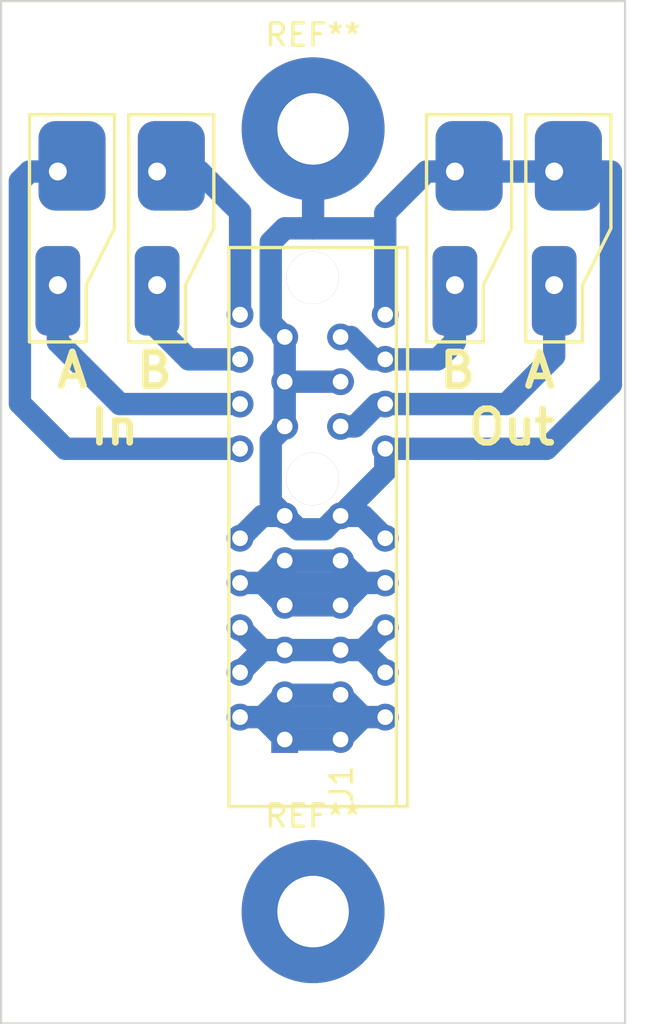
<source format=kicad_pcb>
(kicad_pcb (version 20171130) (host pcbnew 5.0.2-bee76a0~70~ubuntu16.04.1)

  (general
    (thickness 1.6)
    (drawings 8)
    (tracks 87)
    (zones 0)
    (modules 7)
    (nets 10)
  )

  (page A4)
  (layers
    (0 F.Cu signal)
    (31 B.Cu signal)
    (32 B.Adhes user)
    (33 F.Adhes user)
    (34 B.Paste user)
    (35 F.Paste user)
    (36 B.SilkS user)
    (37 F.SilkS user)
    (38 B.Mask user)
    (39 F.Mask user)
    (40 Dwgs.User user)
    (41 Cmts.User user)
    (42 Eco1.User user)
    (43 Eco2.User user)
    (44 Edge.Cuts user)
    (45 Margin user)
    (46 B.CrtYd user)
    (47 F.CrtYd user)
    (48 B.Fab user)
    (49 F.Fab user)
  )

  (setup
    (last_trace_width 1)
    (trace_clearance 0.2)
    (zone_clearance 1)
    (zone_45_only no)
    (trace_min 0.2)
    (segment_width 0.2)
    (edge_width 0.1)
    (via_size 0.8)
    (via_drill 0.4)
    (via_min_size 0.4)
    (via_min_drill 0.3)
    (uvia_size 0.3)
    (uvia_drill 0.1)
    (uvias_allowed no)
    (uvia_min_size 0.2)
    (uvia_min_drill 0.1)
    (pcb_text_width 0.3)
    (pcb_text_size 1.5 1.5)
    (mod_edge_width 0.15)
    (mod_text_size 1 1)
    (mod_text_width 0.15)
    (pad_size 6.4 6.4)
    (pad_drill 3.2)
    (pad_to_mask_clearance 0)
    (solder_mask_min_width 0.25)
    (aux_axis_origin 0 0)
    (visible_elements FFFFFF7F)
    (pcbplotparams
      (layerselection 0x010fc_ffffffff)
      (usegerberextensions false)
      (usegerberattributes false)
      (usegerberadvancedattributes false)
      (creategerberjobfile false)
      (excludeedgelayer true)
      (linewidth 0.100000)
      (plotframeref false)
      (viasonmask false)
      (mode 1)
      (useauxorigin false)
      (hpglpennumber 1)
      (hpglpenspeed 20)
      (hpglpendiameter 15.000000)
      (psnegative false)
      (psa4output false)
      (plotreference true)
      (plotvalue true)
      (plotinvisibletext false)
      (padsonsilk false)
      (subtractmaskfromsilk false)
      (outputformat 1)
      (mirror false)
      (drillshape 1)
      (scaleselection 1)
      (outputdirectory ""))
  )

  (net 0 "")
  (net 1 GNDA)
  (net 2 inA-)
  (net 3 inA+)
  (net 4 inB+)
  (net 5 inB-)
  (net 6 outB)
  (net 7 outA)
  (net 8 +15V)
  (net 9 -15V)

  (net_class Default "This is the default net class."
    (clearance 0.2)
    (trace_width 1)
    (via_dia 0.8)
    (via_drill 0.4)
    (uvia_dia 0.3)
    (uvia_drill 0.1)
    (add_net +15V)
    (add_net -15V)
    (add_net GNDA)
    (add_net inA+)
    (add_net inA-)
    (add_net inB+)
    (add_net inB-)
    (add_net outA)
    (add_net outB)
  )

  (module footprints:coax_solder_pad (layer F.Cu) (tedit 5CB36FF3) (tstamp 5CB1E137)
    (at 27.94 20.32 270)
    (path /5CB2B45C)
    (fp_text reference inA1 (at 5.08 -2.54 270) (layer F.SilkS) hide
      (effects (font (size 1 1) (thickness 0.15)))
    )
    (fp_text value Conn_01x02 (at 3.81 -3.81 270) (layer F.Fab)
      (effects (font (size 1 1) (thickness 0.15)))
    )
    (fp_line (start -2.54 1.27) (end -2.54 -2.54) (layer F.SilkS) (width 0.15))
    (fp_line (start 7.62 1.27) (end -2.54 1.27) (layer F.SilkS) (width 0.15))
    (fp_line (start 7.62 -1.27) (end 7.62 1.27) (layer F.SilkS) (width 0.15))
    (fp_line (start 5.08 -1.27) (end 7.62 -1.27) (layer F.SilkS) (width 0.15))
    (fp_line (start 2.54 -2.54) (end 5.08 -1.27) (layer F.SilkS) (width 0.15))
    (fp_line (start -2.54 -2.54) (end 2.54 -2.54) (layer F.SilkS) (width 0.15))
    (pad 2 thru_hole roundrect (at 5.08 0 270) (size 4 2) (drill 0.8 (offset 0.254 0)) (layers *.Cu *.Mask) (roundrect_rratio 0.25)
      (net 2 inA-))
    (pad 1 thru_hole roundrect (at 0 0 270) (size 4 3) (drill 0.8 (offset -0.254 -0.635)) (layers *.Cu *.Mask) (roundrect_rratio 0.25)
      (net 3 inA+))
  )

  (module footprints:coax_solder_pad (layer F.Cu) (tedit 5CB36FF7) (tstamp 5CB1E143)
    (at 32.385 20.32 270)
    (path /5CB2D8FB)
    (fp_text reference inB1 (at 0.635 -3.175 270) (layer F.SilkS) hide
      (effects (font (size 1 1) (thickness 0.15)))
    )
    (fp_text value Conn_01x02 (at 3.81 -3.81 270) (layer F.Fab)
      (effects (font (size 1 1) (thickness 0.15)))
    )
    (fp_line (start -2.54 -2.54) (end 2.54 -2.54) (layer F.SilkS) (width 0.15))
    (fp_line (start 2.54 -2.54) (end 5.08 -1.27) (layer F.SilkS) (width 0.15))
    (fp_line (start 5.08 -1.27) (end 7.62 -1.27) (layer F.SilkS) (width 0.15))
    (fp_line (start 7.62 -1.27) (end 7.62 1.27) (layer F.SilkS) (width 0.15))
    (fp_line (start 7.62 1.27) (end -2.54 1.27) (layer F.SilkS) (width 0.15))
    (fp_line (start -2.54 1.27) (end -2.54 -2.54) (layer F.SilkS) (width 0.15))
    (pad 1 thru_hole roundrect (at 0 0 270) (size 4 3) (drill 0.8 (offset -0.254 -0.635)) (layers *.Cu *.Mask) (roundrect_rratio 0.25)
      (net 4 inB+))
    (pad 2 thru_hole roundrect (at 5.08 0 270) (size 4 2) (drill 0.8 (offset 0.254 0)) (layers *.Cu *.Mask) (roundrect_rratio 0.25)
      (net 5 inB-))
  )

  (module footprints:PCIexpress_1x_connector (layer F.Cu) (tedit 5CB1C54C) (tstamp 5CB1E174)
    (at 38.1 45.72 90)
    (path /5CB5100B)
    (fp_text reference J1 (at -2 2.54 90) (layer F.SilkS)
      (effects (font (size 1 1) (thickness 0.15)))
    )
    (fp_text value Conn_02x18_Row_Letter_Last (at 5.08 -3.81 90) (layer F.Fab)
      (effects (font (size 1 1) (thickness 0.15)))
    )
    (fp_line (start -3 5.5) (end -3 5) (layer F.SilkS) (width 0.15))
    (fp_line (start 22 5.5) (end -3 5.5) (layer F.SilkS) (width 0.15))
    (fp_line (start 22 5) (end 22 5.5) (layer F.SilkS) (width 0.15))
    (fp_line (start -3 5) (end -3 -2.5) (layer F.SilkS) (width 0.15))
    (fp_line (start 22 5) (end -3 5) (layer F.SilkS) (width 0.15))
    (fp_line (start 22 -2.5) (end 22 5) (layer F.SilkS) (width 0.15))
    (fp_line (start -3 -2.5) (end 22 -2.5) (layer F.SilkS) (width 0.15))
    (pad "" thru_hole circle (at 20.65 1.25 90) (size 2.35 2.35) (drill 2.35) (layers *.Cu *.Mask))
    (pad "" thru_hole circle (at 11.65 1.25 90) (size 2.35 2.35) (drill 2.35) (layers *.Cu *.Mask))
    (pad 18b thru_hole circle (at 19 4.5 90) (size 1.2 1.2) (drill 0.7) (layers *.Cu *.Mask)
      (net 1 GNDA))
    (pad 17b thru_hole circle (at 18 2.5 90) (size 1.2 1.2) (drill 0.7) (layers *.Cu *.Mask)
      (net 6 outB))
    (pad 16b thru_hole circle (at 17 4.5 90) (size 1.2 1.2) (drill 0.7) (layers *.Cu *.Mask)
      (net 6 outB))
    (pad 15b thru_hole circle (at 16 2.5 90) (size 1.2 1.2) (drill 0.7) (layers *.Cu *.Mask)
      (net 1 GNDA))
    (pad 14b thru_hole circle (at 15 4.5 90) (size 1.2 1.2) (drill 0.7) (layers *.Cu *.Mask)
      (net 7 outA))
    (pad 13b thru_hole circle (at 14 2.5 90) (size 1.2 1.2) (drill 0.7) (layers *.Cu *.Mask)
      (net 7 outA))
    (pad 12b thru_hole circle (at 13 4.5 90) (size 1.2 1.2) (drill 0.7) (layers *.Cu *.Mask)
      (net 1 GNDA))
    (pad 11b thru_hole circle (at 10 2.5 90) (size 1.2 1.2) (drill 0.7) (layers *.Cu *.Mask)
      (net 1 GNDA))
    (pad 10b thru_hole circle (at 9 4.5 90) (size 1.2 1.2) (drill 0.7) (layers *.Cu *.Mask)
      (net 1 GNDA))
    (pad 9b thru_hole circle (at 8 2.5 90) (size 1.2 1.2) (drill 0.7) (layers *.Cu *.Mask)
      (net 8 +15V))
    (pad 8b thru_hole circle (at 7 4.5 90) (size 1.2 1.2) (drill 0.7) (layers *.Cu *.Mask)
      (net 8 +15V))
    (pad 7b thru_hole circle (at 6 2.5 90) (size 1.2 1.2) (drill 0.7) (layers *.Cu *.Mask)
      (net 8 +15V))
    (pad 6b thru_hole circle (at 5 4.5 90) (size 1.2 1.2) (drill 0.7) (layers *.Cu *.Mask)
      (net 1 GNDA))
    (pad 5b thru_hole circle (at 4 2.5 90) (size 1.2 1.2) (drill 0.7) (layers *.Cu *.Mask)
      (net 1 GNDA))
    (pad 4b thru_hole circle (at 3 4.5 90) (size 1.2 1.2) (drill 0.7) (layers *.Cu *.Mask)
      (net 1 GNDA))
    (pad 3b thru_hole circle (at 2 2.5 90) (size 1.2 1.2) (drill 0.7) (layers *.Cu *.Mask)
      (net 9 -15V))
    (pad 2b thru_hole circle (at 1 4.5 90) (size 1.2 1.2) (drill 0.7) (layers *.Cu *.Mask)
      (net 9 -15V))
    (pad 1b thru_hole circle (at 0 2.5 90) (size 1.2 1.2) (drill 0.7) (layers *.Cu *.Mask)
      (net 9 -15V))
    (pad 18a thru_hole circle (at 19 -2 90) (size 1.2 1.2) (drill 0.7) (layers *.Cu *.Mask)
      (net 4 inB+))
    (pad 17a thru_hole circle (at 18 0 90) (size 1.2 1.2) (drill 0.7) (layers *.Cu *.Mask)
      (net 1 GNDA))
    (pad 16a thru_hole circle (at 17 -2 90) (size 1.2 1.2) (drill 0.7) (layers *.Cu *.Mask)
      (net 5 inB-))
    (pad 15a thru_hole circle (at 16 0 90) (size 1.2 1.2) (drill 0.7) (layers *.Cu *.Mask)
      (net 1 GNDA))
    (pad 14a thru_hole circle (at 15 -2 90) (size 1.2 1.2) (drill 0.7) (layers *.Cu *.Mask)
      (net 2 inA-))
    (pad 13a thru_hole circle (at 14 0 90) (size 1.2 1.2) (drill 0.7) (layers *.Cu *.Mask)
      (net 1 GNDA))
    (pad 12a thru_hole circle (at 13 -2 90) (size 1.2 1.2) (drill 0.7) (layers *.Cu *.Mask)
      (net 3 inA+))
    (pad 11a thru_hole circle (at 10 0 90) (size 1.2 1.2) (drill 0.7) (layers *.Cu *.Mask)
      (net 1 GNDA))
    (pad 10a thru_hole circle (at 9 -2 90) (size 1.2 1.2) (drill 0.7) (layers *.Cu *.Mask)
      (net 1 GNDA))
    (pad 9a thru_hole circle (at 8 0 90) (size 1.2 1.2) (drill 0.7) (layers *.Cu *.Mask)
      (net 8 +15V))
    (pad 8a thru_hole circle (at 7 -2 90) (size 1.2 1.2) (drill 0.7) (layers *.Cu *.Mask)
      (net 8 +15V))
    (pad 7a thru_hole circle (at 6 0 90) (size 1.2 1.2) (drill 0.7) (layers *.Cu *.Mask)
      (net 8 +15V))
    (pad 6a thru_hole circle (at 5 -2 90) (size 1.2 1.2) (drill 0.7) (layers *.Cu *.Mask)
      (net 1 GNDA))
    (pad 5a thru_hole circle (at 4 0 90) (size 1.2 1.2) (drill 0.7) (layers *.Cu *.Mask)
      (net 1 GNDA))
    (pad 4a thru_hole circle (at 3 -2 90) (size 1.2 1.2) (drill 0.7) (layers *.Cu *.Mask)
      (net 1 GNDA))
    (pad 3a thru_hole circle (at 2 0 90) (size 1.2 1.2) (drill 0.7) (layers *.Cu *.Mask)
      (net 9 -15V))
    (pad 2a thru_hole circle (at 1 -2 90) (size 1.2 1.2) (drill 0.7) (layers *.Cu *.Mask)
      (net 9 -15V))
    (pad 1a thru_hole rect (at 0 0 90) (size 1.2 1.2) (drill 0.7) (layers *.Cu *.Mask)
      (net 9 -15V))
  )

  (module footprints:coax_solder_pad (layer F.Cu) (tedit 5CB36FFB) (tstamp 5CB1E198)
    (at 50.165 20.32 270)
    (path /5CB301F1)
    (fp_text reference outA1 (at 5.715 -2.54 270) (layer F.SilkS) hide
      (effects (font (size 1 1) (thickness 0.15)))
    )
    (fp_text value Conn_01x02 (at 3.81 -3.81 270) (layer F.Fab)
      (effects (font (size 1 1) (thickness 0.15)))
    )
    (fp_line (start -2.54 1.27) (end -2.54 -2.54) (layer F.SilkS) (width 0.15))
    (fp_line (start 7.62 1.27) (end -2.54 1.27) (layer F.SilkS) (width 0.15))
    (fp_line (start 7.62 -1.27) (end 7.62 1.27) (layer F.SilkS) (width 0.15))
    (fp_line (start 5.08 -1.27) (end 7.62 -1.27) (layer F.SilkS) (width 0.15))
    (fp_line (start 2.54 -2.54) (end 5.08 -1.27) (layer F.SilkS) (width 0.15))
    (fp_line (start -2.54 -2.54) (end 2.54 -2.54) (layer F.SilkS) (width 0.15))
    (pad 2 thru_hole roundrect (at 5.08 0 270) (size 4 2) (drill 0.8 (offset 0.254 0)) (layers *.Cu *.Mask) (roundrect_rratio 0.25)
      (net 7 outA))
    (pad 1 thru_hole roundrect (at 0 0 270) (size 4 3) (drill 0.8 (offset -0.254 -0.635)) (layers *.Cu *.Mask) (roundrect_rratio 0.25)
      (net 1 GNDA))
  )

  (module footprints:coax_solder_pad (layer F.Cu) (tedit 5CB36FFF) (tstamp 5CB1E1B0)
    (at 45.72 20.32 270)
    (path /5CB3167B)
    (fp_text reference outB1 (at 1.27 1.905 270) (layer F.SilkS) hide
      (effects (font (size 1 1) (thickness 0.15)))
    )
    (fp_text value Conn_01x02 (at 3.81 -3.81 270) (layer F.Fab)
      (effects (font (size 1 1) (thickness 0.15)))
    )
    (fp_line (start -2.54 -2.54) (end 2.54 -2.54) (layer F.SilkS) (width 0.15))
    (fp_line (start 2.54 -2.54) (end 5.08 -1.27) (layer F.SilkS) (width 0.15))
    (fp_line (start 5.08 -1.27) (end 7.62 -1.27) (layer F.SilkS) (width 0.15))
    (fp_line (start 7.62 -1.27) (end 7.62 1.27) (layer F.SilkS) (width 0.15))
    (fp_line (start 7.62 1.27) (end -2.54 1.27) (layer F.SilkS) (width 0.15))
    (fp_line (start -2.54 1.27) (end -2.54 -2.54) (layer F.SilkS) (width 0.15))
    (pad 1 thru_hole roundrect (at 0 0 270) (size 4 3) (drill 0.8 (offset -0.254 -0.635)) (layers *.Cu *.Mask) (roundrect_rratio 0.25)
      (net 1 GNDA))
    (pad 2 thru_hole roundrect (at 5.08 0 270) (size 4 2) (drill 0.8 (offset 0.254 0)) (layers *.Cu *.Mask) (roundrect_rratio 0.25)
      (net 6 outB))
  )

  (module MountingHole:MountingHole_3.2mm_M3_Pad (layer F.Cu) (tedit 5CB372BC) (tstamp 5CBFFFEE)
    (at 39.37 18.415)
    (descr "Mounting Hole 3.2mm, M3")
    (tags "mounting hole 3.2mm m3")
    (attr virtual)
    (fp_text reference REF** (at 0 -4.2) (layer F.SilkS)
      (effects (font (size 1 1) (thickness 0.15)))
    )
    (fp_text value MountingHole_3.2mm_M3_Pad (at 0 4.2) (layer F.Fab)
      (effects (font (size 1 1) (thickness 0.15)))
    )
    (fp_circle (center 0 0) (end 3.45 0) (layer F.CrtYd) (width 0.05))
    (fp_circle (center 0 0) (end 3.2 0) (layer Cmts.User) (width 0.15))
    (fp_text user %R (at 0.3 0) (layer F.Fab)
      (effects (font (size 1 1) (thickness 0.15)))
    )
    (pad 1 thru_hole circle (at 0 0) (size 6.4 6.4) (drill 3.2) (layers *.Cu *.Mask)
      (net 1 GNDA))
  )

  (module MountingHole:MountingHole_3.2mm_M3_Pad (layer F.Cu) (tedit 5CB372C2) (tstamp 5CBFFFFE)
    (at 39.37 53.34)
    (descr "Mounting Hole 3.2mm, M3")
    (tags "mounting hole 3.2mm m3")
    (attr virtual)
    (fp_text reference REF** (at 0 -4.2) (layer F.SilkS)
      (effects (font (size 1 1) (thickness 0.15)))
    )
    (fp_text value MountingHole_3.2mm_M3_Pad (at 0 4.2) (layer F.Fab)
      (effects (font (size 1 1) (thickness 0.15)))
    )
    (fp_circle (center 0 0) (end 3.45 0) (layer F.CrtYd) (width 0.05))
    (fp_circle (center 0 0) (end 3.2 0) (layer Cmts.User) (width 0.15))
    (fp_text user %R (at 0.3 0) (layer F.Fab)
      (effects (font (size 1 1) (thickness 0.15)))
    )
    (pad 1 thru_hole circle (at 0 0.075) (size 6.4 6.4) (drill 3.2) (layers *.Cu *.Mask)
      (net 1 GNDA))
  )

  (gr_line (start 25.4 58.42) (end 25.4 12.7) (layer Edge.Cuts) (width 0.1))
  (gr_line (start 53.34 58.42) (end 25.4 58.42) (layer Edge.Cuts) (width 0.1))
  (gr_line (start 53.34 12.7) (end 53.34 58.42) (layer Edge.Cuts) (width 0.1))
  (gr_line (start 25.4 12.7) (end 53.34 12.7) (layer Edge.Cuts) (width 0.1))
  (gr_text "A  B" (at 30.48 29.21) (layer F.SilkS)
    (effects (font (size 1.5 1.5) (thickness 0.3)))
  )
  (gr_text "B  A" (at 47.625 29.21) (layer F.SilkS)
    (effects (font (size 1.5 1.5) (thickness 0.3)))
  )
  (gr_text In (at 30.48 31.75) (layer F.SilkS)
    (effects (font (size 1.5 1.5) (thickness 0.3)))
  )
  (gr_text Out (at 48.26 31.75) (layer F.SilkS)
    (effects (font (size 1.5 1.5) (thickness 0.3)))
  )

  (segment (start 50.165 20.32) (end 45.72 20.32) (width 1) (layer B.Cu) (net 1))
  (segment (start 40.6 29.72) (end 38.1 29.72) (width 1) (layer B.Cu) (net 1))
  (segment (start 38.1 29.72) (end 38.1 27.72) (width 1) (layer B.Cu) (net 1))
  (segment (start 38.1 31.72) (end 38.1 29.72) (width 1) (layer B.Cu) (net 1))
  (segment (start 42.6 33.72) (end 42.6 32.72) (width 1) (layer B.Cu) (net 1))
  (segment (start 40.6 35.72) (end 42.6 33.72) (width 1) (layer B.Cu) (net 1))
  (segment (start 41.6 35.72) (end 42.6 36.72) (width 1) (layer B.Cu) (net 1))
  (segment (start 40.6 35.72) (end 41.6 35.72) (width 1) (layer B.Cu) (net 1))
  (segment (start 37.1 35.72) (end 36.1 36.72) (width 1) (layer B.Cu) (net 1))
  (segment (start 38.1 35.72) (end 37.1 35.72) (width 1) (layer B.Cu) (net 1))
  (segment (start 39.875003 36.319999) (end 38.699999 36.319999) (width 1) (layer B.Cu) (net 1))
  (segment (start 40.475002 35.72) (end 39.875003 36.319999) (width 1) (layer B.Cu) (net 1))
  (segment (start 38.699999 36.319999) (end 38.1 35.72) (width 1) (layer B.Cu) (net 1))
  (segment (start 40.6 35.72) (end 40.475002 35.72) (width 1) (layer B.Cu) (net 1))
  (segment (start 38.1 41.72) (end 40.6 41.72) (width 1) (layer B.Cu) (net 1))
  (segment (start 41.6 41.72) (end 42.6 40.72) (width 1) (layer B.Cu) (net 1))
  (segment (start 40.6 41.72) (end 41.6 41.72) (width 1) (layer B.Cu) (net 1))
  (segment (start 42.6 42.72) (end 41.6 41.72) (width 1) (layer B.Cu) (net 1))
  (segment (start 37.1 41.72) (end 36.1 40.72) (width 1) (layer B.Cu) (net 1))
  (segment (start 38.1 41.72) (end 37.1 41.72) (width 1) (layer B.Cu) (net 1))
  (segment (start 36.1 42.72) (end 37.1 41.72) (width 1) (layer B.Cu) (net 1))
  (segment (start 37.474999 32.345001) (end 37.500001 32.319999) (width 1) (layer B.Cu) (net 1))
  (segment (start 37.500001 32.319999) (end 38.1 31.72) (width 1) (layer B.Cu) (net 1))
  (segment (start 37.474999 35.094999) (end 37.474999 32.345001) (width 1) (layer B.Cu) (net 1))
  (segment (start 38.1 35.72) (end 37.474999 35.094999) (width 1) (layer B.Cu) (net 1))
  (segment (start 46.796072 32.72) (end 42.6 32.72) (width 1) (layer B.Cu) (net 1))
  (segment (start 52.705 29.845) (end 49.83 32.72) (width 1) (layer B.Cu) (net 1))
  (segment (start 52.705 20.32) (end 52.705 29.845) (width 1) (layer B.Cu) (net 1))
  (segment (start 50.165 20.32) (end 52.705 20.32) (width 1) (layer B.Cu) (net 1))
  (segment (start 49.83 32.72) (end 46.796072 32.72) (width 1) (layer B.Cu) (net 1))
  (segment (start 37.474999 23.485001) (end 38.1 22.86) (width 1) (layer B.Cu) (net 1))
  (segment (start 42.6 26.72) (end 42.6 22.86) (width 1) (layer B.Cu) (net 1))
  (segment (start 37.474999 27.094999) (end 37.474999 23.485001) (width 1) (layer B.Cu) (net 1))
  (segment (start 38.1 27.72) (end 37.474999 27.094999) (width 1) (layer B.Cu) (net 1))
  (segment (start 42.6 22.17) (end 42.6 22.86) (width 1) (layer B.Cu) (net 1))
  (segment (start 44.45 20.32) (end 42.6 22.17) (width 1) (layer B.Cu) (net 1))
  (segment (start 45.72 20.32) (end 44.45 20.32) (width 1) (layer B.Cu) (net 1))
  (segment (start 39.37 18.415) (end 39.37 22.86) (width 1) (layer B.Cu) (net 1))
  (segment (start 39.37 22.86) (end 42.6 22.86) (width 1) (layer B.Cu) (net 1))
  (segment (start 38.1 22.86) (end 39.37 22.86) (width 1) (layer B.Cu) (net 1))
  (segment (start 27.94 26.035) (end 27.94 25.4) (width 1) (layer B.Cu) (net 2))
  (segment (start 27.94 27.94) (end 27.94 25.4) (width 1) (layer B.Cu) (net 2))
  (segment (start 30.72 30.72) (end 27.94 27.94) (width 1) (layer B.Cu) (net 2))
  (segment (start 36.1 30.72) (end 30.72 30.72) (width 1) (layer B.Cu) (net 2))
  (segment (start 26.67 20.32) (end 27.94 20.32) (width 1) (layer B.Cu) (net 3))
  (segment (start 36.1 32.72) (end 28.275 32.72) (width 1) (layer B.Cu) (net 3))
  (segment (start 28.275 32.72) (end 26.23999 30.68499) (width 1) (layer B.Cu) (net 3))
  (segment (start 26.23999 30.68499) (end 26.23999 20.75001) (width 1) (layer B.Cu) (net 3))
  (segment (start 26.23999 20.75001) (end 26.67 20.32) (width 1) (layer B.Cu) (net 3))
  (segment (start 34.29 20.32) (end 32.385 20.32) (width 1) (layer B.Cu) (net 4))
  (segment (start 36.1 22.13) (end 34.29 20.32) (width 1) (layer B.Cu) (net 4))
  (segment (start 36.1 26.72) (end 36.1 22.13) (width 1) (layer B.Cu) (net 4))
  (segment (start 36.1 28.72) (end 33.8 28.72) (width 1) (layer B.Cu) (net 5))
  (segment (start 32.385 27.305) (end 32.385 25.4) (width 1) (layer B.Cu) (net 5))
  (segment (start 33.8 28.72) (end 32.385 27.305) (width 1) (layer B.Cu) (net 5))
  (segment (start 45.72 25.524002) (end 45.72 25.4) (width 1) (layer B.Cu) (net 6))
  (segment (start 45.72 27.94) (end 45.72 25.524002) (width 1) (layer B.Cu) (net 6))
  (segment (start 44.94 28.72) (end 45.72 27.94) (width 1) (layer B.Cu) (net 6))
  (segment (start 42.6 28.72) (end 44.94 28.72) (width 1) (layer B.Cu) (net 6))
  (segment (start 42.055 28.72) (end 42.6 28.72) (width 1) (layer B.Cu) (net 6))
  (segment (start 41.055 27.72) (end 42.055 28.72) (width 1) (layer B.Cu) (net 6))
  (segment (start 40.6 27.72) (end 41.055 27.72) (width 1) (layer B.Cu) (net 6))
  (segment (start 41.245 31.72) (end 40.6 31.72) (width 1) (layer B.Cu) (net 7))
  (segment (start 42.245 30.72) (end 41.245 31.72) (width 1) (layer B.Cu) (net 7))
  (segment (start 42.6 30.72) (end 42.245 30.72) (width 1) (layer B.Cu) (net 7))
  (segment (start 42.6 30.72) (end 48.02 30.72) (width 1) (layer B.Cu) (net 7))
  (segment (start 50.165 28.575) (end 50.165 25.4) (width 1) (layer B.Cu) (net 7))
  (segment (start 48.02 30.72) (end 50.165 28.575) (width 1) (layer B.Cu) (net 7))
  (segment (start 38.1 37.72) (end 38.1 39.72) (width 1) (layer B.Cu) (net 8))
  (segment (start 38.1 39.72) (end 40.6 39.72) (width 1) (layer B.Cu) (net 8))
  (segment (start 41.6 38.72) (end 40.6 39.72) (width 1) (layer B.Cu) (net 8))
  (segment (start 42.6 38.72) (end 41.6 38.72) (width 1) (layer B.Cu) (net 8))
  (segment (start 40.6 37.72) (end 41.6 38.72) (width 1) (layer B.Cu) (net 8))
  (segment (start 37.1 38.72) (end 38.1 39.72) (width 1) (layer B.Cu) (net 8))
  (segment (start 36.1 38.72) (end 37.1 38.72) (width 1) (layer B.Cu) (net 8))
  (segment (start 38.1 37.72) (end 37.1 38.72) (width 1) (layer B.Cu) (net 8))
  (segment (start 38.1 37.72) (end 40.6 37.72) (width 1) (layer B.Cu) (net 8))
  (segment (start 36.1 38.72) (end 42.6 38.72) (width 1) (layer B.Cu) (net 8))
  (segment (start 37.1 44.72) (end 38.1 43.72) (width 1) (layer B.Cu) (net 9))
  (segment (start 36.1 44.72) (end 37.1 44.72) (width 1) (layer B.Cu) (net 9))
  (segment (start 38.1 45.72) (end 37.1 44.72) (width 1) (layer B.Cu) (net 9))
  (segment (start 41.6 44.72) (end 40.6 43.72) (width 1) (layer B.Cu) (net 9))
  (segment (start 42.6 44.72) (end 41.6 44.72) (width 1) (layer B.Cu) (net 9))
  (segment (start 40.6 45.72) (end 41.6 44.72) (width 1) (layer B.Cu) (net 9))
  (segment (start 38.1 43.72) (end 40.6 43.72) (width 1) (layer B.Cu) (net 9))
  (segment (start 40.6 45.72) (end 38.1 45.72) (width 1) (layer B.Cu) (net 9))
  (segment (start 36.1 44.72) (end 42.6 44.72) (width 1) (layer B.Cu) (net 9))

  (zone (net 1) (net_name GNDA) (layer B.Cu) (tstamp 0) (hatch edge 0.508)
    (connect_pads (clearance 1))
    (min_thickness 1)
    (fill (arc_segments 16) (thermal_gap 0.508) (thermal_bridge_width 1.5))
    (polygon
      (pts
        (xy 25.4 12.7) (xy 53.34 12.7) (xy 53.34 58.42) (xy 25.4 58.42)
      )
    )
  )
)

</source>
